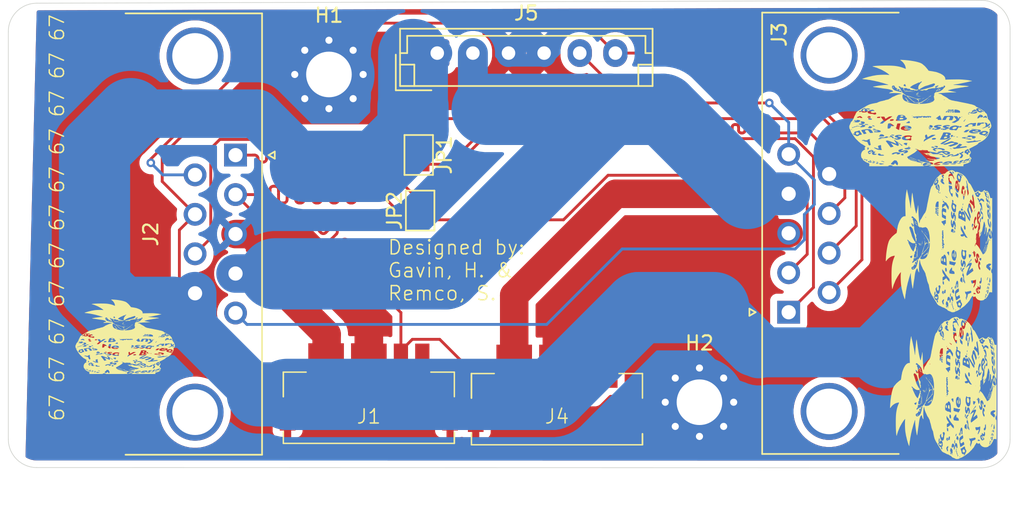
<source format=kicad_pcb>
(kicad_pcb (version 20241229) (generator "pcbnew") (generator_version "9.0")
  (layers (0 "F.Cu" signal) (2 "B.Cu" signal) (13 "F.Paste" user) (15 "B.Paste" user) (5 "F.SilkS" user "F.Silkscreen") (7 "B.SilkS" user "B.Silkscreen") (1 "F.Mask" user) (3 "B.Mask" user) (25 "Edge.Cuts" user))
  (net 0 "")
  (net 1 "+5V")
  (net 2 "+24V")
  (net 3 "GND")
  (net 4 "/SIG2")
  (net 5 "/SIG1")
  (net 6 "/CAN_A+")
  (net 7 "/CAN_A-")
  (net 8 "/CAN_B-")
  (net 9 "/CAN_B+")
  (footprint "Custom:ZH-6PWB_knockoff" (layer "F.Cu") (at 60 58.2125)
    (property "Reference" "J1" (at 0 1.8875 0) (layer "F.SilkS") (effects (font (thickness 0.1))))
    (property "Value" "Conn_01x08")
    (pad "1" smd rect (at -3.75 -1.75) (size 1 3) (layers "F.Cu" "F.Mask" "F.Paste") (net 2 "+24V"))
    (pad "2" smd rect (at -2.25 -1.75) (size 1 3) (layers "F.Cu" "F.Mask" "F.Paste") (net 2 "+24V"))
    (pad "3" smd rect (at -0.75 -1.75) (size 1 3) (layers "F.Cu" "F.Mask" "F.Paste") (net 3 "GND"))
    (pad "4" smd rect (at 0.75 -1.725) (size 1 3) (layers "F.Cu" "F.Mask" "F.Paste") (net 3 "GND"))
    (pad "5" smd rect (at 2.25 -1.725) (size 1 3) (layers "F.Cu" "F.Mask" "F.Paste") (net 7 "/CAN_A-"))
    (pad "6" smd rect (at 3.75 -1.725) (size 1 3) (layers "F.Cu" "F.Mask" "F.Paste") (net 6 "/CAN_A+"))
    (pad "7" smd rect (at 5.7 1.725) (size 1.1 2.3) (layers "F.Cu" "F.Mask" "F.Paste") (net 3 "GND"))
    (pad "8" smd rect (at -5.7 1.725) (size 1.1 2.3) (layers "F.Cu" "F.Mask" "F.Paste") (net 3 "GND"))
  )
  (footprint "MountingHole:MountingHole_3.2mm_M3_Pad_Via" (layer "F.Cu") (at 57.2 36.1)
    (property "Reference" "H1" (at 0 -4.15 0) (layer "F.SilkS"))
    (property "Value" "MountingHole_Pad")
    (pad "1" thru_hole circle (at -2.4 0) (size 0.8 0.8) (drill 0.5) (layers "*.Cu" "*.Mask") (net 3 "GND"))
    (pad "1" thru_hole circle (at -1.697056 -1.697056) (size 0.8 0.8) (drill 0.5) (layers "*.Cu" "*.Mask") (net 3 "GND"))
    (pad "1" thru_hole circle (at -1.697056 1.697056) (size 0.8 0.8) (drill 0.5) (layers "*.Cu" "*.Mask") (net 3 "GND"))
    (pad "1" thru_hole circle (at 0 -2.4) (size 0.8 0.8) (drill 0.5) (layers "*.Cu" "*.Mask") (net 3 "GND"))
    (pad "1" thru_hole circle (at 0 0) (size 6.4 6.4) (drill 3.2) (layers "*.Cu" "*.Mask") (net 3 "GND"))
    (pad "1" thru_hole circle (at 0 2.4) (size 0.8 0.8) (drill 0.5) (layers "*.Cu" "*.Mask") (net 3 "GND"))
    (pad "1" thru_hole circle (at 1.697056 -1.697056) (size 0.8 0.8) (drill 0.5) (layers "*.Cu" "*.Mask") (net 3 "GND"))
    (pad "1" thru_hole circle (at 1.697056 1.697056) (size 0.8 0.8) (drill 0.5) (layers "*.Cu" "*.Mask") (net 3 "GND"))
    (pad "1" thru_hole circle (at 2.4 0) (size 0.8 0.8) (drill 0.5) (layers "*.Cu" "*.Mask") (net 3 "GND"))
  )
  (footprint "Custom:ZH-6PWB_knockoff" (layer "F.Cu") (at 73.2 58.3125)
    (property "Reference" "J4" (at 0 1.7875 0) (layer "F.SilkS") (effects (font (thickness 0.1))))
    (property "Value" "Conn_01x08")
    (pad "1" smd rect (at -3.75 -1.75) (size 1 3) (layers "F.Cu" "F.Mask" "F.Paste") (net 2 "+24V"))
    (pad "2" smd rect (at -2.25 -1.75) (size 1 3) (layers "F.Cu" "F.Mask" "F.Paste") (net 2 "+24V"))
    (pad "3" smd rect (at -0.75 -1.75) (size 1 3) (layers "F.Cu" "F.Mask" "F.Paste") (net 3 "GND"))
    (pad "4" smd rect (at 0.75 -1.725) (size 1 3) (layers "F.Cu" "F.Mask" "F.Paste") (net 3 "GND"))
    (pad "5" smd rect (at 2.25 -1.725) (size 1 3) (layers "F.Cu" "F.Mask" "F.Paste") (net 7 "/CAN_A-"))
    (pad "6" smd rect (at 3.75 -1.725) (size 1 3) (layers "F.Cu" "F.Mask" "F.Paste") (net 6 "/CAN_A+"))
    (pad "7" smd rect (at 5.7 1.725) (size 1.1 2.3) (layers "F.Cu" "F.Mask" "F.Paste") (net 3 "GND"))
    (pad "8" smd rect (at -5.7 1.725) (size 1.1 2.3) (layers "F.Cu" "F.Mask" "F.Paste") (net 3 "GND"))
  )
  (footprint "Connector_JST:JST_EH_B6B-EH-A_1x06_P2.50mm_Vertical" (layer "F.Cu") (at 64.8 34.6)
    (property "Reference" "J5" (at 6.25 -2.8 0) (layer "F.SilkS"))
    (property "Value" "Conn_01x06")
    (pad "1" thru_hole roundrect (at 0 0) (size 1.7 1.95) (drill 0.95) (layers "*.Cu" "*.Mask") (roundrect_rratio 0.147059) (net 1 "+5V"))
    (pad "2" thru_hole oval (at 2.5 0) (size 1.7 1.95) (drill 0.95) (layers "*.Cu" "*.Mask") (net 2 "+24V"))
    (pad "3" thru_hole oval (at 5 0) (size 1.7 1.95) (drill 0.95) (layers "*.Cu" "*.Mask") (net 3 "GND") (thermal_bridge_width 20))
    (pad "4" thru_hole oval (at 7.5 0) (size 1.7 1.95) (drill 0.95) (layers "*.Cu" "*.Mask") (net 3 "GND") (thermal_bridge_width 10))
    (pad "5" thru_hole oval (at 10 0) (size 1.7 1.95) (drill 0.95) (layers "*.Cu" "*.Mask") (net 5 "/SIG1"))
    (pad "6" thru_hole oval (at 12.5 0) (size 1.7 1.95) (drill 0.95) (layers "*.Cu" "*.Mask") (net 4 "/SIG2"))
  )
  (footprint "LOGO" (layer "F.Cu") (at 42.9 54.5)
    (property "Reference" "G***" (hide yes))
    (property "Value" "LOGO" (hide yes))
  )
  (footprint "LOGO" (layer "F.Cu") (at 100.3 58.1 90)
    (property "Reference" "G***" (hide yes))
    (property "Value" "LOGO" (hide yes))
  )
  (footprint "Connector_Dsub:DSUB-9_Pins_Horizontal_P2.77x2.84mm_EdgePinOffset4.94mm_Housed_MountingHolesOffset4.94mm" (layer "F.Cu") (at 89.46 52.785 90)
    (property "Reference" "J3" (at 19.485 -0.66 90) (layer "F.SilkS"))
    (property "Value" "DE9_Pins")
    (pad "0" thru_hole circle (at -6.96 2.84 90) (size 4 4) (drill 3.2) (layers "*.Cu" "*.Mask"))
    (pad "0" thru_hole circle (at 18.04 2.84 90) (size 4 4) (drill 3.2) (layers "*.Cu" "*.Mask"))
    (pad "1" thru_hole rect (at 0 0 90) (size 1.6 1.6) (drill 1) (layers "*.Cu" "*.Mask") (net 8 "/CAN_B-"))
    (pad "2" thru_hole circle (at 2.77 0 90) (size 1.6 1.6) (drill 1) (layers "*.Cu" "*.Mask") (net 7 "/CAN_A-"))
    (pad "3" thru_hole circle (at 5.54 0 90) (size 1.6 1.6) (drill 1) (layers "*.Cu" "*.Mask") (net 3 "GND"))
    (pad "4" thru_hole circle (at 8.31 0 90) (size 1.6 1.6) (drill 1) (layers "*.Cu" "*.Mask") (net 2 "+24V"))
    (pad "5" thru_hole circle (at 11.08 0 90) (size 1.6 1.6) (drill 1) (layers "*.Cu" "*.Mask") (net 5 "/SIG1"))
    (pad "6" thru_hole circle (at 1.385 2.84 90) (size 1.6 1.6) (drill 1) (layers "*.Cu" "*.Mask") (net 4 "/SIG2"))
    (pad "7" thru_hole circle (at 4.155 2.84 90) (size 1.6 1.6) (drill 1) (layers "*.Cu" "*.Mask") (net 6 "/CAN_A+"))
    (pad "8" thru_hole circle (at 6.925 2.84 90) (size 1.6 1.6) (drill 1) (layers "*.Cu" "*.Mask") (net 9 "/CAN_B+"))
    (pad "9" thru_hole circle (at 9.695 2.84 90) (size 1.6 1.6) (drill 1) (layers "*.Cu" "*.Mask") (net 1 "+5V"))
  )
  (footprint "Connector_Dsub:DSUB-9_Pins_Horizontal_P2.77x2.84mm_EdgePinOffset4.94mm_Housed_MountingHolesOffset4.94mm" (layer "F.Cu") (at 50.645331 41.76 -90)
    (property "Reference" "J2" (at 5.54 5.945331 90) (layer "F.SilkS"))
    (property "Value" "DE9_Pins")
    (pad "0" thru_hole circle (at -6.96 2.84 270) (size 4 4) (drill 3.2) (layers "*.Cu" "*.Mask"))
    (pad "0" thru_hole circle (at 18.04 2.84 270) (size 4 4) (drill 3.2) (layers "*.Cu" "*.Mask"))
    (pad "1" thru_hole rect (at 0 0 270) (size 1.6 1.6) (drill 1) (layers "*.Cu" "*.Mask") (net 8 "/CAN_B-"))
    (pad "2" thru_hole circle (at 2.77 0 270) (size 1.6 1.6) (drill 1) (layers "*.Cu" "*.Mask") (net 7 "/CAN_A-"))
    (pad "3" thru_hole circle (at 5.54 0 270) (size 1.6 1.6) (drill 1) (layers "*.Cu" "*.Mask") (net 3 "GND"))
    (pad "4" thru_hole circle (at 8.31 0 270) (size 1.6 1.6) (drill 1) (layers "*.Cu" "*.Mask") (net 2 "+24V"))
    (pad "5" thru_hole circle (at 11.08 0 270) (size 1.6 1.6) (drill 1) (layers "*.Cu" "*.Mask") (net 5 "/SIG1"))
    (pad "6" thru_hole circle (at 1.385 2.84 270) (size 1.6 1.6) (drill 1) (layers "*.Cu" "*.Mask") (net 4 "/SIG2"))
    (pad "7" thru_hole circle (at 4.155 2.84 270) (size 1.6 1.6) (drill 1) (layers "*.Cu" "*.Mask") (net 6 "/CAN_A+"))
    (pad "8" thru_hole circle (at 6.925 2.84 270) (size 1.6 1.6) (drill 1) (layers "*.Cu" "*.Mask") (net 9 "/CAN_B+"))
    (pad "9" thru_hole circle (at 9.695 2.84 270) (size 1.6 1.6) (drill 1) (layers "*.Cu" "*.Mask") (net 1 "+5V"))
  )
  (footprint "LOGO" (layer "F.Cu") (at 98.7 38.8)
    (property "Reference" "G***" (hide yes))
    (property "Value" "LOGO" (hide yes))
  )
  (footprint "MountingHole:MountingHole_3.2mm_M3_Pad_Via" (layer "F.Cu") (at 83.2 59.1)
    (property "Reference" "H2" (at 0 -4.15 0) (layer "F.SilkS"))
    (property "Value" "MountingHole_Pad")
    (pad "1" thru_hole circle (at -2.4 0) (size 0.8 0.8) (drill 0.5) (layers "*.Cu" "*.Mask") (net 3 "GND"))
    (pad "1" thru_hole circle (at -1.697056 -1.697056) (size 0.8 0.8) (drill 0.5) (layers "*.Cu" "*.Mask") (net 3 "GND"))
    (pad "1" thru_hole circle (at -1.697056 1.697056) (size 0.8 0.8) (drill 0.5) (layers "*.Cu" "*.Mask") (net 3 "GND"))
    (pad "1" thru_hole circle (at 0 -2.4) (size 0.8 0.8) (drill 0.5) (layers "*.Cu" "*.Mask") (net 3 "GND"))
    (pad "1" thru_hole circle (at 0 0) (size 6.4 6.4) (drill 3.2) (layers "*.Cu" "*.Mask") (net 3 "GND"))
    (pad "1" thru_hole circle (at 0 2.4) (size 0.8 0.8) (drill 0.5) (layers "*.Cu" "*.Mask") (net 3 "GND"))
    (pad "1" thru_hole circle (at 1.697056 -1.697056) (size 0.8 0.8) (drill 0.5) (layers "*.Cu" "*.Mask") (net 3 "GND"))
    (pad "1" thru_hole circle (at 1.697056 1.697056) (size 0.8 0.8) (drill 0.5) (layers "*.Cu" "*.Mask") (net 3 "GND"))
    (pad "1" thru_hole circle (at 2.4 0) (size 0.8 0.8) (drill 0.5) (layers "*.Cu" "*.Mask") (net 3 "GND"))
  )
  (footprint "Jumper:SolderJumper-2_P1.3mm_Bridged_Pad1.0x1.5mm" (layer "F.Cu") (at 63.6 45.65 90)
    (property "Reference" "JP2" (at 0 -1.8 90) (layer "F.SilkS"))
    (property "Value" "SolderJumper_2_Open")
    (fp_poly (pts (xy -0.25 -0.3) (xy 0.25 -0.3) (xy 0.25 0.3) (xy -0.25 0.3)) (fill yes) (layer "F.Cu"))
    (pad "1" smd rect (at -0.65 0 90) (size 1 1.5) (layers "F.Cu" "F.Mask") (net 7 "/CAN_A-"))
    (pad "2" smd rect (at 0.65 0 90) (size 1 1.5) (layers "F.Cu" "F.Mask") (net 8 "/CAN_B-"))
  )
  (footprint "LOGO" (layer "F.Cu") (at 100 47.8 90)
    (property "Reference" "G***" (hide yes))
    (property "Value" "LOGO" (hide yes))
  )
  (footprint "Jumper:SolderJumper-2_P1.3mm_Bridged_Pad1.0x1.5mm" (layer "F.Cu") (at 63.5 41.75 -90)
    (property "Reference" "JP1" (at 0 -1.8 90) (layer "F.SilkS"))
    (property "Value" "SolderJumper_2_Open")
    (fp_poly (pts (xy -0.25 -0.3) (xy 0.25 -0.3) (xy 0.25 0.3) (xy -0.25 0.3)) (fill yes) (layer "F.Cu"))
    (pad "1" smd rect (at -0.65 0 270) (size 1 1.5) (layers "F.Cu" "F.Mask") (net 6 "/CAN_A+"))
    (pad "2" smd rect (at 0.65 0 270) (size 1 1.5) (layers "F.Cu" "F.Mask") (net 9 "/CAN_B+"))
  )
  (gr_line (start 36.699999 63.685786) (end 102.999999 63.699999) (stroke (width 0.05)) (layer "Edge.Cuts"))
  (gr_line (start 34.7 33.1) (end 34.7 61.685786) (stroke (width 0.05)) (layer "Edge.Cuts"))
  (gr_line (start 36.7 31.1) (end 103 30.9) (stroke (width 0.05)) (layer "Edge.Cuts"))
  (gr_arc (start 103 30.9) (mid 104.414214 31.485786) (end 105 32.9) (stroke (width 0.05)) (layer "Edge.Cuts"))
  (gr_arc (start 36.699999 63.685786) (mid 35.285786 63.099999) (end 34.7 61.685786) (stroke (width 0.05)) (layer "Edge.Cuts"))
  (gr_arc (start 104.999999 61.699999) (mid 104.414213 63.114213) (end 102.999999 63.699999) (stroke (width 0.05)) (layer "Edge.Cuts"))
  (gr_arc (start 34.7 33.1) (mid 35.285786 31.685786) (end 36.7 31.1) (stroke (width 0.05)) (layer "Edge.Cuts"))
  (gr_line (start 104.999999 61.7) (end 105 32.9) (stroke (width 0.05)) (layer "Edge.Cuts"))
  (gr_text "Designed by:\nGavin, H. & \nRemco, S.\n\n" (at 61.27 53.65 0) (layer "F.SilkS") (effects (font (size 1 1) (thickness 0.1)) (justify left bottom)))
  (gr_text "67 67 67 67 67 67 67 67 67 67 67\n" (at 38.7 60.5 90) (layer "F.SilkS") (effects (font (size 1 1) (thickness 0.1)) (justify left bottom)))
  (segment (start 54.27 58.55) (end 52.28 58.55) (width 4.5) (layer "B.Cu") (net 1))
  (segment (start 92.3 43.09) (end 93.705 41.685) (width 1.6) (layer "B.Cu") (net 1))
  (segment (start 46.244669 52.794669) (end 46.25 52.8) (width 5) (layer "B.Cu") (net 1))
  (segment (start 96.19 55.6) (end 87.39 55.6) (width 3.5) (layer "B.Cu") (net 1))
  (segment (start 63.1 40) (end 60.55 42.55) (width 5) (layer "B.Cu") (net 1))
  (segment (start 99.89 46.32) (end 99.89 51.94) (width 5) (layer "B.Cu") (net 1))
  (segment (start 63.1 34.65) (end 63.05 34.6) (width 2.1) (layer "B.Cu") (net 1))
  (segment (start 52.15 38.85) (end 54.3 41) (width 3.4) (layer "B.Cu") (net 1))
  (segment (start 95.255 41.685) (end 93.705 41.685) (width 5) (layer "B.Cu") (net 1))
  (segment (start 63.1 38.35) (end 63.1 40) (width 5) (layer "B.Cu") (net 1))
  (segment (start 42.544669 52.794669) (end 46.244669 52.794669) (width 5) (layer "B.Cu") (net 1))
  (segment (start 62.15 39.3) (end 63.1 38.35) (width 2.1) (layer "B.Cu") (net 1))
  (segment (start 64.8 34.6) (end 63.05 34.6) (width 2.1) (layer "B.Cu") (net 1))
  (segment (start 72.86 58.55) (end 78.95 52.46) (width 5) (layer "B.Cu") (net 1))
  (segment (start 43.3 38.85) (end 40.75 41.4) (width 5) (layer "B.Cu") (net 1))
  (segment (start 47.805331 53.915331) (end 47.805331 51.455) (width 3) (layer "B.Cu") (net 1))
  (segment (start 87.036 55.286) (end 84.21 52.46) (width 4) (layer "B.Cu") (net 1))
  (segment (start 63.1 38.35) (end 63.1 34.65) (width 4.9) (layer "B.Cu") (net 1))
  (segment (start 52.28 58.55) (end 47.805331 54.075331) (width 3.5) (layer "B.Cu") (net 1))
  (segment (start 47.805331 54.075331) (end 47.805331 53.915331) (width 3.5) (layer "B.Cu") (net 1))
  (segment (start 87.37 55.62) (end 87.036 55.286) (width 3) (layer "B.Cu") (net 1))
  (segment (start 99.89 51.94) (end 96.21 55.62) (width 5) (layer "B.Cu") (net 1))
  (segment (start 54.27 58.55) (end 72.86 58.55) (width 5) (layer "B.Cu") (net 1))
  (segment (start 40.75 41.4) (end 40.75 51) (width 5) (layer "B.Cu") (net 1))
  (segment (start 99.89 46.32) (end 95.255 41.685) (width 5) (layer "B.Cu") (net 1))
  (segment (start 40.75 51) (end 42.544669 52.794669) (width 5) (layer "B.Cu") (net 1))
  (segment (start 43.3 38.85) (end 52.15 38.85) (width 3.4) (layer "B.Cu") (net 1))
  (segment (start 60.55 42.55) (end 55.55 42.55) (width 5) (layer "B.Cu") (net 1))
  (segment (start 78.95 52.46) (end 84.21 52.46) (width 5) (layer "B.Cu") (net 1))
  (segment (start 87.39 55.6) (end 87.37 55.62) (width 3.6) (layer "B.Cu") (net 1))
  (segment (start 70.2 51.6) (end 70.2 56.5625) (width 2) (layer "F.Cu") (net 2))
  (segment (start 69.45 56.5625) (end 70.2 56.5625) (width 0.2) (layer "F.Cu") (net 2))
  (segment (start 70.2 56.5625) (end 70.95 56.5625) (width 0.2) (layer "F.Cu") (net 2))
  (segment (start 89.46 44.475) (end 77.325 44.475) (width 2) (layer "F.Cu") (net 2))
  (segment (start 50.645331 50.07) (end 52.77 50.07) (width 2) (layer "F.Cu") (net 2))
  (segment (start 57.037831 54.337831) (end 57.037831 56.4625) (width 2) (layer "F.Cu") (net 2))
  (segment (start 52.77 50.07) (end 57.037831 54.337831) (width 2) (layer "F.Cu") (net 2))
  (segment (start 77.325 44.475) (end 70.2 51.6) (width 2) (layer "F.Cu") (net 2))
  (segment (start 86.55 44.45) (end 80.65 38.55) (width 5) (layer "B.Cu") (net 2))
  (segment (start 86.575 44.475) (end 86.55 44.45) (width 2.1) (layer "B.Cu") (net 2))
  (segment (start 67.3 34.6) (end 67.3 39.55) (width 2.1) (layer "B.Cu") (net 2))
  (segment (start 76.91 38.55) (end 68.3 38.55) (width 5) (layer "B.Cu") (net 2))
  (segment (start 52.846493 50.09) (end 52.826493 50.07) (width 2.7) (layer "B.Cu") (net 2))
  (segment (start 53.42 50.09) (end 52.846493 50.09) (width 2.7) (layer "B.Cu") (net 2))
  (segment (start 89.46 44.475) (end 86.575 44.475) (width 3) (layer "B.Cu") (net 2))
  (segment (start 76.91 38.55) (end 65.37 50.09) (width 5) (layer "B.Cu") (net 2))
  (segment (start 80.65 38.55) (end 76.91 38.55) (width 5) (layer "B.Cu") (net 2))
  (segment (start 52.826493 50.07) (end 50.645331 50.07) (width 2.7) (layer "B.Cu") (net 2))
  (segment (start 65.37 50.09) (end 53.42 50.09) (width 5) (layer "B.Cu") (net 2))
  (segment (start 73.2 56.5625) (end 73.925 56.5625) (width 0.2) (layer "F.Cu") (net 3))
  (segment (start 60 52.4) (end 60 56.4625) (width 2) (layer "F.Cu") (net 3))
  (segment (start 79.955 47.245) (end 73.2 54) (width 2) (layer "F.Cu") (net 3))
  (segment (start 60 56.4625) (end 60.725 56.4625) (width 0.2) (layer "F.Cu") (net 3))
  (segment (start 50.645331 47.3) (end 54.9 47.3) (width 2) (layer "F.Cu") (net 3))
  (segment (start 60.725 56.4625) (end 60.75 56.4875) (width 0.2) (layer "F.Cu") (net 3))
  (segment (start 72.45 56.5625) (end 73.2 56.5625) (width 0.2) (layer "F.Cu") (net 3))
  (segment (start 89.46 47.245) (end 79.955 47.245) (width 2) (layer "F.Cu") (net 3))
  (segment (start 59.25 56.4625) (end 60 56.4625) (width 0.2) (layer "F.Cu") (net 3))
  (segment (start 73.925 56.5625) (end 73.95 56.5875) (width 0.2) (layer "F.Cu") (net 3))
  (segment (start 73.2 54) (end 73.2 56.5625) (width 2) (layer "F.Cu") (net 3))
  (segment (start 54.9 47.3) (end 60 52.4) (width 2) (layer "F.Cu") (net 3))
  (segment (start 54.2339 32.499) (end 44.7 42.0329) (width 0.2) (layer "F.Cu") (net 4))
  (segment (start 94.601 41.3339) (end 87.8671 34.6) (width 0.2) (layer "F.Cu") (net 4))
  (segment (start 87.8671 34.6) (end 77.3 34.6) (width 0.2) (layer "F.Cu") (net 4))
  (segment (start 77.3 34.6) (end 75.199 32.499) (width 0.2) (layer "F.Cu") (net 4))
  (segment (start 75.199 32.499) (end 54.2339 32.499) (width 0.2) (layer "F.Cu") (net 4))
  (segment (start 94.601 49.099) (end 94.601 41.3339) (width 0.2) (layer "F.Cu") (net 4))
  (segment (start 92.3 51.4) (end 94.601 49.099) (width 0.2) (layer "F.Cu") (net 4))
  (segment (start 44.7 42.0329) (end 44.7 42.3) (width 0.2) (layer "F.Cu") (net 4))
  (via (at 44.7 42.3) (size 0.6) (drill 0.3) (layers "F.Cu" "B.Cu") (net 4))
  (segment (start 45.545 43.145) (end 47.805331 43.145) (width 0.2) (layer "B.Cu") (net 4))
  (segment (start 44.7 42.3) (end 45.545 43.145) (width 0.2) (layer "B.Cu") (net 4))
  (segment (start 74.8 34.6) (end 78.3 38.1) (width 0.2) (layer "F.Cu") (net 5))
  (segment (start 78.3 38.1) (end 88.1 38.1) (width 0.2) (layer "F.Cu") (net 5))
  (via (at 88.1 38.1) (size 0.6) (drill 0.3) (layers "F.Cu" "B.Cu") (net 5))
  (segment (start 50.645331 52.84) (end 51.44533 53.639999) (width 0.2) (layer "B.Cu") (net 5))
  (segment (start 89.46 39.46) (end 89.46 41.705) (width 0.2) (layer "B.Cu") (net 5))
  (segment (start 72.483003 53.639999) (end 77.777002 48.346) (width 0.2) (layer "B.Cu") (net 5))
  (segment (start 91.261 43.506) (end 89.46 41.705) (width 0.2) (layer "B.Cu") (net 5))
  (segment (start 89.91605 48.346) (end 90.561 47.70105) (width 0.2) (layer "B.Cu") (net 5))
  (segment (start 51.44533 53.639999) (end 72.483003 53.639999) (width 0.2) (layer "B.Cu") (net 5))
  (segment (start 77.777002 48.346) (end 89.91605 48.346) (width 0.2) (layer "B.Cu") (net 5))
  (segment (start 90.561 47.70105) (end 90.561 45.920999) (width 0.2) (layer "B.Cu") (net 5))
  (segment (start 88.1 38.1) (end 89.46 39.46) (width 0.2) (layer "B.Cu") (net 5))
  (segment (start 91.261 45.220999) (end 91.261 43.506) (width 0.2) (layer "B.Cu") (net 5))
  (segment (start 90.561 45.920999) (end 91.261 45.220999) (width 0.2) (layer "B.Cu") (net 5))
  (segment (start 63.75 56.4875) (end 63.75 57.5895) (width 0.2) (layer "F.Cu") (net 6))
  (segment (start 91.9 39.2) (end 94.2 41.5) (width 0.2) (layer "F.Cu") (net 6))
  (segment (start 75.85 58.7895) (end 76.769238 57.87026) (width 0.2) (layer "F.Cu") (net 6))
  (segment (start 76.95 57.6895) (end 76.95 56.5875) (width 0.2) (layer "F.Cu") (net 6))
  (segment (start 47.805331 45.915) (end 45.5 43.609669) (width 0.2) (layer "F.Cu") (net 6))
  (segment (start 70.494568 59.0295) (end 70.494568 59.160363) (width 0.2) (layer "F.Cu") (net 6))
  (segment (start 65.4 39.2) (end 91.9 39.2) (width 0.2) (layer "F.Cu") (net 6))
  (segment (start 65.458092 56.4875) (end 66.1875 56.4875) (width 0.2) (layer "F.Cu") (net 6))
  (segment (start 65.064938 56.4875) (end 65.458092 56.4875) (width 0.2) (layer "F.Cu") (net 6))
  (segment (start 63.5 41.1) (end 65.4 39.2) (width 0.2) (layer "F.Cu") (net 6))
  (segment (start 45.5 43.609669) (end 45.5 41.8) (width 0.2) (layer "F.Cu") (net 6))
  (segment (start 76.806788 57.832712) (end 76.95 57.6895) (width 0.2) (layer "F.Cu") (net 6))
  (segment (start 72.294568 59.160363) (end 72.294568 59.0295) (width 0.2) (layer "F.Cu") (net 6))
  (segment (start 71.094568 59.160363) (end 71.094568 59.0295) (width 0.2) (layer "F.Cu") (net 6))
  (segment (start 45.5 41.8) (end 47.1 40.2) (width 0.2) (layer "F.Cu") (net 6))
  (segment (start 62.6 40.2) (end 63.5 41.1) (width 0.2) (layer "F.Cu") (net 6))
  (segment (start 47.1 40.2) (end 62.6 40.2) (width 0.2) (layer "F.Cu") (net 6))
  (segment (start 53.081781 58.2885) (end 46.704331 51.91105) (width 0.2) (layer "F.Cu") (net 6))
  (segment (start 68.4895 58.7895) (end 70.254568 58.7895) (width 0.2) (layer "F.Cu") (net 6))
  (segment (start 71.934568 59.400363) (end 72.054568 59.400363) (width 0.2) (layer "F.Cu") (net 6))
  (segment (start 71.694568 59.0295) (end 71.694568 59.160363) (width 0.2) (layer "F.Cu") (net 6))
  (segment (start 46.704331 47.016) (end 47.805331 45.915) (width 0.2) (layer "F.Cu") (net 6))
  (segment (start 66.1875 56.4875) (end 68.4895 58.7895) (width 0.2) (layer "F.Cu") (net 6))
  (segment (start 63.75 57.5895) (end 63.051 58.2885) (width 0.2) (layer "F.Cu") (net 6))
  (segment (start 63.051 58.2885) (end 53.081781 58.2885) (width 0.2) (layer "F.Cu") (net 6))
  (segment (start 63.75 56.4875) (end 65.064938 56.4875) (width 0.2) (layer "F.Cu") (net 6))
  (segment (start 72.654568 58.7895) (end 75.85 58.7895) (width 0.2) (layer "F.Cu") (net 6))
  (segment (start 76.769238 57.87026) (end 76.806788 57.832712) (width 0.2) (layer "F.Cu") (net 6))
  (segment (start 70.734568 59.400363) (end 70.854568 59.400363) (width 0.2) (layer "F.Cu") (net 6))
  (segment (start 46.704331 51.91105) (end 46.704331 47.016) (width 0.2) (layer "F.Cu") (net 6))
  (segment (start 94.2 41.5) (end 94.2 46.73) (width 0.2) (layer "F.Cu") (net 6))
  (segment (start 94.2 46.73) (end 92.3 48.63) (width 0.2) (layer "F.Cu") (net 6))
  (segment (start 72.534568 58.7895) (end 72.654568 58.7895) (width 0.2) (layer "F.Cu") (net 6))
  (segment (start 71.334568 58.7895) (end 71.454568 58.7895) (width 0.2) (layer "F.Cu") (net 6))
  (arc (start 72.054568 59.400363) (mid 72.224274 59.330069) (end 72.294568 59.160363) (width 0.2) (layer "F.Cu") (net 6))
  (arc (start 71.094568 59.0295) (mid 71.164862 58.859794) (end 71.334568 58.7895) (width 0.2) (layer "F.Cu") (net 6))
  (arc (start 72.294568 59.0295) (mid 72.364862 58.859794) (end 72.534568 58.7895) (width 0.2) (layer "F.Cu") (net 6))
  (arc (start 70.254568 58.7895) (mid 70.424274 58.859794) (end 70.494568 59.0295) (width 0.2) (layer "F.Cu") (net 6))
  (arc (start 71.694568 59.160363) (mid 71.764862 59.330069) (end 71.934568 59.400363) (width 0.2) (layer "F.Cu") (net 6))
  (arc (start 71.454568 58.7895) (mid 71.624274 58.859794) (end 71.694568 59.0295) (width 0.2) (layer "F.Cu") (net 6))
  (arc (start 70.494568 59.160363) (mid 70.564862 59.330069) (end 70.734568 59.400363) (width 0.2) (layer "F.Cu") (net 6))
  (arc (start 70.854568 59.400363) (mid 71.024274 59.330069) (end 71.094568 59.160363) (width 0.2) (layer "F.Cu") (net 6))
  (segment (start 83.950552 42.347146) (end 84.070552 42.347146) (width 0.2) (layer "F.Cu") (net 7))
  (segment (start 58.464749 44.184112) (end 58.464749 44.53) (width 0.2) (layer "F.Cu") (net 7))
  (segment (start 84.910552 42.934) (end 84.910552 42.587146) (width 0.2) (layer "F.Cu") (net 7))
  (segment (start 86.350552 42.347122) (end 86.470552 42.347122) (width 0.2) (layer "F.Cu") (net 7))
  (segment (start 86.950552 43.174) (end 87.070552 43.174) (width 0.2) (layer "F.Cu") (net 7))
  (segment (start 55.704749 43.944112) (end 55.824749 43.944112) (width 0.2) (layer "F.Cu") (net 7))
  (segment (start 57.264749 44.53) (end 57.264749 44.875888) (width 0.2) (layer "F.Cu") (net 7))
  (segment (start 54.568462 45.9) (end 52.015331 45.9) (width 0.2) (layer "F.Cu") (net 7))
  (segment (start 58.704749 45.115863) (end 58.824749 45.115863) (width 0.2) (layer "F.Cu") (net 7))
  (segment (start 63.051 54.6865) (end 64.972 54.6865) (width 0.2) (layer "F.Cu") (net 7))
  (segment (start 55.464749 44.875888) (end 55.464749 44.53) (width 0.2) (layer "F.Cu") (net 7))
  (segment (start 56.870689 46.114916) (end 56.785836 46.030063) (width 0.2) (layer "F.Cu") (net 7))
  (segment (start 59.064749 44.29) (end 59.064749 44.184112) (width 0.2) (layer "F.Cu") (net 7))
  (segment (start 58.104749 43.944112) (end 58.224749 43.944112) (width 0.2) (layer "F.Cu") (net 7))
  (segment (start 60.264793 49.509044) (end 60.17994 49.424191) (width 0.2) (layer "F.Cu") (net 7))
  (segment (start 56.904749 43.944112) (end 57.024749 43.944112) (width 0.2) (layer "F.Cu") (net 7))
  (segment (start 58.249219 48.469915) (end 58.567764 48.151369) (width 0.2) (layer "F.Cu") (net 7))
  (segment (start 82.510552 42.934) (end 82.510552 42.587146) (width 0.2) (layer "F.Cu") (net 7))
  (segment (start 76.786108 43.174) (end 82.270552 43.174) (width 0.2) (layer "F.Cu") (net 7))
  (segment (start 57.864749 44.875888) (end 57.864749 44.53) (width 0.2) (layer "F.Cu") (net 7))
  (segment (start 86.110552 42.934) (end 86.110552 42.587122) (width 0.2) (layer "F.Cu") (net 7))
  (segment (start 85.150552 42.347146) (end 85.270552 42.347146) (width 0.2) (layer "F.Cu") (net 7))
  (segment (start 60.031128 50.591236) (end 59.946277 50.506385) (width 0.2) (layer "F.Cu") (net 7))
  (segment (start 62.25 52.810108) (end 60.794806 51.354914) (width 0.2) (layer "F.Cu") (net 7))
  (segment (start 61.113351 50.357544) (end 61.028498 50.272691) (width 0.2) (layer "F.Cu") (net 7))
  (segment (start 60.024749 44.53) (end 60.88 44.53) (width 0.2) (layer "F.Cu") (net 7))
  (segment (start 59.416276 48.660503) (end 59.331423 48.57565) (width 0.2) (layer "F.Cu") (net 7))
  (segment (start 56.064749 44.184112) (end 56.064749 44.53) (width 0.2) (layer "F.Cu") (net 7))
  (segment (start 90.761 48.714) (end 89.46 50.015) (width 0.2) (layer "F.Cu") (net 7))
  (segment (start 89.998892 43.174) (end 90.761 43.936108) (width 0.2) (layer "F.Cu") (net 7))
  (segment (start 58.464749 44.53) (end 58.464749 44.875863) (width 0.2) (layer "F.Cu") (net 7))
  (segment (start 55.339892 45.9) (end 54.568462 45.9) (width 0.2) (layer "F.Cu") (net 7))
  (segment (start 62.65 46.3) (end 63.6 46.3) (width 0.2) (layer "F.Cu") (net 7))
  (segment (start 60.689086 50.272691) (end 60.37054 50.591236) (width 0.2) (layer "F.Cu") (net 7))
  (segment (start 50.645331 44.53) (end 52.824749 44.53) (width 0.2) (layer "F.Cu") (net 7))
  (segment (start 59.904749 44.53) (end 60.024749 44.53) (width 0.2) (layer "F.Cu") (net 7))
  (segment (start 83.350552 43.174) (end 83.470552 43.174) (width 0.2) (layer "F.Cu") (net 7))
  (segment (start 85.510552 42.587146) (end 85.510552 42.934) (width 0.2) (layer "F.Cu") (net 7))
  (segment (start 57.294954 46.878592) (end 56.976424 47.197121) (width 0.2) (layer "F.Cu") (net 7))
  (segment (start 58.992011 48.57565) (end 58.673482 48.894178) (width 0.2) (layer "F.Cu") (net 7))
  (segment (start 53.664749 44.53) (end 53.664749 44.875888) (width 0.2) (layer "F.Cu") (net 7))
  (segment (start 59.304749 43.944112) (end 59.424749 43.944112) (width 0.2) (layer "F.Cu") (net 7))
  (segment (start 56.064749 44.53) (end 56.064749 44.875888) (width 0.2) (layer "F.Cu") (net 7))
  (segment (start 59.182599 49.742707) (end 59.097748 49.657856) (width 0.2) (layer "F.Cu") (net 7))
  (segment (start 59.064749 44.53) (end 59.064749 44.29) (width 0.2) (layer "F.Cu") (net 7))
  (segment (start 83.110552 42.587146) (end 83.110552 42.934) (width 0.2) (layer "F.Cu") (net 7))
  (segment (start 57.504749 45.115888) (end 57.624749 45.115888) (width 0.2) (layer "F.Cu") (net 7))
  (segment (start 53.304749 43.944112) (end 53.424749 43.944112) (width 0.2) (layer "F.Cu") (net 7))
  (segment (start 84.550552 43.174) (end 84.670552 43.174) (width 0.2) (layer "F.Cu") (net 7))
  (segment (start 62.25 55.4875) (end 63.051 54.6865) (width 0.2) (layer "F.Cu") (net 7))
  (segment (start 58.33407 48.894178) (end 58.249219 48.809327) (width 0.2) (layer "F.Cu") (net 7))
  (segment (start 59.064749 44.875863) (end 59.064749 44.53) (width 0.2) (layer "F.Cu") (net 7))
  (segment (start 56.637013 47.197121) (end 56.552161 47.112269) (width 0.2) (layer "F.Cu") (net 7))
  (segment (start 60.794806 51.015502) (end 61.113351 50.696956) (width 0.2) (layer "F.Cu") (net 7))
  (segment (start 58.143499 47.727104) (end 57.824953 48.045649) (width 0.2) (layer "F.Cu") (net 7))
  (segment (start 55.464749 44.53) (end 55.464749 44.184112) (width 0.2) (layer "F.Cu") (net 7))
  (segment (start 53.064749 44.29) (end 53.064749 44.184112) (width 0.2) (layer "F.Cu") (net 7))
  (segment (start 53.904749 45.115888) (end 54.024749 45.115888) (width 0.2) (layer "F.Cu") (net 7))
  (segment (start 89.557003 43.174) (end 89.998892 43.174) (width 0.2) (layer "F.Cu") (net 7))
  (segment (start 83.710552 42.934) (end 83.710552 42.587146) (width 0.2) (layer "F.Cu") (net 7))
  (segment (start 57.40069 47.621386) (end 57.719219 47.302856) (width 0.2) (layer "F.Cu") (net 7))
  (segment (start 55.788483 46.348591) (end 55.703632 46.26374) (width 0.2) (layer "F.Cu") (net 7))
  (segment (start 58.567764 47.811957) (end 58.482911 47.727104) (width 0.2) (layer "F.Cu") (net 7))
  (segment (start 54.504749 43.944112) (end 54.624749 43.944112) (width 0.2) (layer "F.Cu") (net 7))
  (segment (start 68.674 58.3885) (end 74.751 58.3885) (width 0.2) (layer "F.Cu") (net 7))
  (segment (start 86.710552 42.587122) (end 86.710552 42.934) (width 0.2) (layer "F.Cu") (net 7))
  (segment (start 55.104749 45.115888) (end 55.224749 45.115888) (width 0.2) (layer "F.Cu") (net 7))
  (segment (start 56.664749 44.53) (end 56.664749 44.184112) (width 0.2) (layer "F.Cu") (net 7))
  (segment (start 84.310552 42.587146) (end 84.310552 42.934) (width 0.2) (layer "F.Cu") (net 7))
  (segment (start 73.660108 46.3) (end 76.786108 43.174) (width 0.2) (layer "F.Cu") (net 7))
  (segment (start 54.864749 44.53) (end 54.864749 44.875888) (width 0.2) (layer "F.Cu") (net 7))
  (segment (start 55.703632 46.26374) (end 55.339892 45.9) (width 0.2) (layer "F.Cu") (net 7))
  (segment (start 56.446424 46.030063) (end 56.127895 46.348591) (width 0.2) (layer "F.Cu") (net 7))
  (segment (start 90.761 43.936108) (end 90.761 48.714) (width 0.2) (layer "F.Cu") (net 7))
  (segment (start 57.864749 44.53) (end 57.864749 44.184112) (width 0.2) (layer "F.Cu") (net 7))
  (segment (start 53.664749 44.184112) (end 53.664749 44.29) (width 0.2) (layer "F.Cu") (net 7))
  (segment (start 64.972 54.6865) (end 68.674 58.3885) (width 0.2) (layer "F.Cu") (net 7))
  (segment (start 60.88 44.53) (end 62.65 46.3) (width 0.2) (layer "F.Cu") (net 7))
  (segment (start 56.664749 44.875888) (end 56.664749 44.53) (width 0.2) (layer "F.Cu") (net 7))
  (segment (start 59.664749 44.184112) (end 59.664749 44.29) (width 0.2) (layer "F.Cu") (net 7))
  (segment (start 59.840528 49.424191) (end 59.522011 49.742707) (width 0.2) (layer "F.Cu") (net 7))
  (segment (start 63.6 46.3) (end 73.660108 46.3) (width 0.2) (layer "F.Cu") (net 7))
  (segment (start 56.304749 45.115888) (end 56.424749 45.115888) (width 0.2) (layer "F.Cu") (net 7))
  (segment (start 57.719219 46.963445) (end 57.634366 46.878592) (width 0.2) (layer "F.Cu") (net 7))
  (segment (start 57.485541 48.045649) (end 57.40069 47.960798) (width 0.2) (layer "F.Cu") (net 7))
  (segment (start 75.45 57.6895) (end 75.45 56.5875) (width 0.2) (layer "F.Cu") (net 7))
  (segment (start 62.25 56.4875) (end 62.25 52.810108) (width 0.2) (layer "F.Cu") (net 7))
  (segment (start 54.864749 44.184112) (end 54.864749 44.53) (width 0.2) (layer "F.Cu") (net 7))
  (segment (start 87.070552 43.174) (end 89.557003 43.174) (width 0.2) (layer "F.Cu") (net 7))
  (segment (start 54.264749 44.53) (end 54.264749 44.184112) (width 0.2) (layer "F.Cu") (net 7))
  (segment (start 54.264749 44.875888) (end 54.264749 44.53) (width 0.2) (layer "F.Cu") (net 7))
  (segment (start 59.097748 49.318444) (end 59.416276 48.999915) (width 0.2) (layer "F.Cu") (net 7))
  (segment (start 85.750552 43.174) (end 85.870552 43.174) (width 0.2) (layer "F.Cu") (net 7))
  (segment (start 56.552161 46.772857) (end 56.870689 46.454328) (width 0.2) (layer "F.Cu") (net 7))
  (segment (start 53.664749 44.29) (end 53.664749 44.53) (width 0.2) (layer "F.Cu") (net 7))
  (segment (start 74.751 58.3885) (end 75.45 57.6895) (width 0.2) (layer "F.Cu") (net 7))
  (segment (start 57.264749 44.184112) (end 57.264749 44.53) (width 0.2) (layer "F.Cu") (net 7))
  (segment (start 62.25 56.4875) (end 62.25 55.4875) (width 0.2) (layer "F.Cu") (net 7))
  (segment (start 82.750552 42.347146) (end 82.870552 42.347146) (width 0.2) (layer "F.Cu") (net 7))
  (segment (start 59.946277 50.166973) (end 60.264793 49.848456) (width 0.2) (layer "F.Cu") (net 7))
  (segment (start 52.015331 45.9) (end 50.645331 44.53) (width 0.2) (layer "F.Cu") (net 7))
  (arc (start 57.719219 47.302856) (mid 57.789514 47.13315) (end 57.719219 46.963445) (width 0.2) (layer "F.Cu") (net 7))
  (arc (start 83.470552 43.174) (mid 83.640258 43.103706) (end 83.710552 42.934) (width 0.2) (layer "F.Cu") (net 7))
  (arc (start 59.664749 44.29) (mid 59.735043 44.459706) (end 59.904749 44.53) (width 0.2) (layer "F.Cu") (net 7))
  (arc (start 53.664749 44.875888) (mid 53.735043 45.045594) (end 53.904749 45.115888) (width 0.2) (layer "F.Cu") (net 7))
  (arc (start 82.270552 43.174) (mid 82.440258 43.103706) (end 82.510552 42.934) (width 0.2) (layer "F.Cu") (net 7))
  (arc (start 59.946277 50.506385) (mid 59.875982 50.336679) (end 59.946277 50.166973) (width 0.2) (layer "F.Cu") (net 7))
  (arc (start 85.870552 43.174) (mid 86.040258 43.103706) (end 86.110552 42.934) (width 0.2) (layer "F.Cu") (net 7))
  (arc (start 57.024749 43.944112) (mid 57.194455 44.014406) (end 57.264749 44.184112) (width 0.2) (layer "F.Cu") (net 7))
  (arc (start 85.270552 42.347146) (mid 85.440258 42.41744) (end 85.510552 42.587146) (width 0.2) (layer "F.Cu") (net 7))
  (arc (start 59.416276 48.999915) (mid 59.486571 48.830209) (end 59.416276 48.660503) (width 0.2) (layer "F.Cu") (net 7))
  (arc (start 84.310552 42.934) (mid 84.380846 43.103706) (end 84.550552 43.174) (width 0.2) (layer "F.Cu") (net 7))
  (arc (start 56.064749 44.875888) (mid 56.135043 45.045594) (end 56.304749 45.115888) (width 0.2) (layer "F.Cu") (net 7))
  (arc (start 60.37054 50.591236) (mid 60.200834 50.661531) (end 60.031128 50.591236) (width 0.2) (layer "F.Cu") (net 7))
  (arc (start 83.710552 42.587146) (mid 83.780846 42.41744) (end 83.950552 42.347146) (width 0.2) (layer "F.Cu") (net 7))
  (arc (start 58.249219 48.809327) (mid 58.178924 48.639621) (end 58.249219 48.469915) (width 0.2) (layer "F.Cu") (net 7))
  (arc (start 57.864749 44.184112) (mid 57.935043 44.014406) (end 58.104749 43.944112) (width 0.2) (layer "F.Cu") (net 7))
  (arc (start 82.510552 42.587146) (mid 82.580846 42.41744) (end 82.750552 42.347146) (width 0.2) (layer "F.Cu") (net 7))
  (arc (start 57.634366 46.878592) (mid 57.46466 46.808297) (end 57.294954 46.878592) (width 0.2) (layer "F.Cu") (net 7))
  (arc (start 82.870552 42.347146) (mid 83.040258 42.41744) (end 83.110552 42.587146) (width 0.2) (layer "F.Cu") (net 7))
  (arc (start 57.624749 45.115888) (mid 57.794455 45.045594) (end 57.864749 44.875888) (width 0.2) (layer "F.Cu") (net 7))
  (arc (start 84.670552 43.174) (mid 84.840258 43.103706) (end 84.910552 42.934) (width 0.2) (layer "F.Cu") (net 7))
  (arc (start 83.110552 42.934) (mid 83.180846 43.103706) (end 83.350552 43.174) (width 0.2) (layer "F.Cu") (net 7))
  (arc (start 84.910552 42.587146) (mid 84.980846 42.41744) (end 85.150552 42.347146) (width 0.2) (layer "F.Cu") (net 7))
  (arc (start 55.824749 43.944112) (mid 55.994455 44.014406) (end 56.064749 44.184112) (width 0.2) (layer "F.Cu") (net 7))
  (arc (start 61.028498 50.272691) (mid 60.858792 50.202396) (end 60.689086 50.272691) (width 0.2) (layer "F.Cu") (net 7))
  (arc (start 58.673482 48.894178) (mid 58.503776 48.964473) (end 58.33407 48.894178) (width 0.2) (layer "F.Cu") (net 7))
  (arc (start 86.710552 42.934) (mid 86.780846 43.103706) (end 86.950552 43.174) (width 0.2) (layer "F.Cu") (net 7))
  (arc (start 57.824953 48.045649) (mid 57.655247 48.115944) (end 57.485541 48.045649) (width 0.2) (layer "F.Cu") (net 7))
  (arc (start 59.064749 44.184112) (mid 59.135043 44.014406) (end 59.304749 43.944112) (width 0.2) (layer "F.Cu") (net 7))
  (arc (start 56.127895 46.348591) (mid 55.958189 46.418886) (end 55.788483 46.348591) (width 0.2) (layer "F.Cu") (net 7))
  (arc (start 56.976424 47.197121) (mid 56.806718 47.267416) (end 56.637013 47.197121) (width 0.2) (layer "F.Cu") (net 7))
  (arc (start 58.224749 43.944112) (mid 58.394455 44.014406) (end 58.464749 44.184112) (width 0.2) (layer "F.Cu") (net 7))
  (arc (start 54.024749 45.115888) (mid 54.194455 45.045594) (end 54.264749 44.875888) (width 0.2) (layer "F.Cu") (net 7))
  (arc (start 59.424749 43.944112) (mid 59.594455 44.014406) (end 59.664749 44.184112) (width 0.2) (layer "F.Cu") (net 7))
  (arc (start 58.567764 48.151369) (mid 58.638059 47.981663) (end 58.567764 47.811957) (width 0.2) (layer "F.Cu") (net 7))
  (arc (start 58.824749 45.115863) (mid 58.994455 45.045569) (end 59.064749 44.875863) (width 0.2) (layer "F.Cu") (net 7))
  (arc (start 56.785836 46.030063) (mid 56.61613 45.959768) (end 56.446424 46.030063) (width 0.2) (layer "F.Cu") (net 7))
  (arc (start 61.113351 50.696956) (mid 61.183646 50.52725) (end 61.113351 50.357544) (width 0.2) (layer "F.Cu") (net 7))
  (arc (start 53.424749 43.944112) (mid 53.594455 44.014406) (end 53.664749 44.184112) (width 0.2) (layer "F.Cu") (net 7))
  (arc (start 85.510552 42.934) (mid 85.580846 43.103706) (end 85.750552 43.174) (width 0.2) (layer "F.Cu") (net 7))
  (arc (start 53.064749 44.184112) (mid 53.135043 44.014406) (end 53.304749 43.944112) (width 0.2) (layer "F.Cu") (net 7))
  (arc (start 56.424749 45.115888) (mid 56.594455 45.045594) (end 56.664749 44.875888) (width 0.2) (layer "F.Cu") (net 7))
  (arc (start 56.552161 47.112269) (mid 56.481866 46.942563) (end 56.552161 46.772857) (width 0.2) (layer "F.Cu") (net 7))
  (arc (start 60.17994 49.424191) (mid 60.010234 49.353896) (end 59.840528 49.424191) (width 0.2) (layer "F.Cu") (net 7))
  (arc (start 86.470552 42.347122) (mid 86.640258 42.417416) (end 86.710552 42.587122) (width 0.2) (layer "F.Cu") (net 7))
  (arc (start 57.40069 47.960798) (mid 57.330395 47.791092) (end 57.40069 47.621386) (width 0.2) (layer "F.Cu") (net 7))
  (arc (start 55.224749 45.115888) (mid 55.394455 45.045594) (end 55.464749 44.875888) (width 0.2) (layer "F.Cu") (net 7))
  (arc (start 55.464749 44.184112) (mid 55.535043 44.014406) (end 55.704749 43.944112) (width 0.2) (layer "F.Cu") (net 7))
  (arc (start 54.864749 44.875888) (mid 54.935043 45.045594) (end 55.104749 45.115888) (width 0.2) (layer "F.Cu") (net 7))
  (arc (start 57.264749 44.875888) (mid 57.335043 45.045594) (end 57.504749 45.115888) (width 0.2) (layer "F.Cu") (net 7))
  (arc (start 58.464749 44.875863) (mid 58.535043 45.045569) (end 58.704749 45.115863) (width 0.2) (layer "F.Cu") (net 7))
  (arc (start 59.097748 49.657856) (mid 59.027453 49.48815) (end 59.097748 49.318444) (width 0.2) (layer "F.Cu") (net 7))
  (arc (start 84.070552 42.347146) (mid 84.240258 42.41744) (end 84.310552 42.587146) (width 0.2) (layer "F.Cu") (net 7))
  (arc (start 86.110552 42.587122) (mid 86.180846 42.417416) (end 86.350552 42.347122) (width 0.2) (layer "F.Cu") (net 7))
  (arc (start 59.331423 48.57565) (mid 59.161717 48.505355) (end 58.992011 48.57565) (width 0.2) (layer "F.Cu") (net 7))
  (arc (start 54.264749 44.184112) (mid 54.335043 44.014406) (end 54.504749 43.944112) (width 0.2) (layer "F.Cu") (net 7))
  (arc (start 56.870689 46.454328) (mid 56.940984 46.284622) (end 56.870689 46.114916) (width 0.2) (layer "F.Cu") (net 7))
  (arc (start 54.624749 43.944112) (mid 54.794455 44.014406) (end 54.864749 44.184112) (width 0.2) (layer "F.Cu") (net 7))
  (arc (start 60.794806 51.354914) (mid 60.724511 51.185208) (end 60.794806 51.015502) (width 0.2) (layer "F.Cu") (net 7))
  (arc (start 60.264793 49.848456) (mid 60.335088 49.67875) (end 60.264793 49.509044) (width 0.2) (layer "F.Cu") (net 7))
  (arc (start 58.482911 47.727104) (mid 58.313205 47.656809) (end 58.143499 47.727104) (width 0.2) (layer "F.Cu") (net 7))
  (arc (start 59.522011 49.742707) (mid 59.352305 49.813002) (end 59.182599 49.742707) (width 0.2) (layer "F.Cu") (net 7))
  (arc (start 56.664749 44.184112) (mid 56.735043 44.014406) (end 56.904749 43.944112) (width 0.2) (layer "F.Cu") (net 7))
  (arc (start 52.824749 44.53) (mid 52.994455 44.459706) (end 53.064749 44.29) (width 0.2) (layer "F.Cu") (net 7))
  (segment (start 51.985626 41.76) (end 51.865626 41.76) (width 0.2) (layer "F.Cu") (net 8))
  (segment (start 58.225626 42.010368) (end 58.225626 41.76) (width 0.2) (layer "F.Cu") (net 8))
  (segment (start 53.185626 41.26965) (end 53.065626 41.26965) (width 0.2) (layer "F.Cu") (net 8))
  (segment (start 57.625626 41.76) (end 57.625626 42.01035) (width 0.2) (layer "F.Cu") (net 8))
  (segment (start 57.025626 42.01035) (end 57.025626 41.76) (width 0.2) (layer "F.Cu") (net 8))
  (segment (start 91.199 41.88695) (end 91.199 51.046) (width 0.2) (layer "F.Cu") (net 8))
  (segment (start 58.825626 41.509632) (end 58.825626 41.52) (width 0.2) (layer "F.Cu") (net 8))
  (segment (start 54.625626 42.010368) (end 54.625626 41.76) (width 0.2) (layer "F.Cu") (net 8))
  (segment (start 54.625626 41.76) (end 54.625626 41.50965) (width 0.2) (layer "F.Cu") (net 8))
  (segment (start 51.865626 41.76) (end 50.649298 41.76) (width 0.2) (layer "F.Cu") (net 8))
  (segment (start 58.585626 42.250368) (end 58.465626 42.250368) (width 0.2) (layer "F.Cu") (net 8))
  (segment (start 54.985626 42.250368) (end 54.865626 42.250368) (width 0.2) (layer "F.Cu") (net 8))
  (segment (start 91.199 51.046) (end 89.46 52.785) (width 0.2) (layer "F.Cu") (net 8))
  (segment (start 57.025626 41.76) (end 57.025626 41.509632) (width 0.2) (layer "F.Cu") (net 8))
  (segment (start 52.585626 42.250368) (end 52.465626 42.250368) (width 0.2) (layer "F.Cu") (net 8))
  (segment (start 54.025626 41.76) (end 54.025626 42.01035) (width 0.2) (layer "F.Cu") (net 8))
  (segment (start 50.649298 41.76) (end 50.645331 41.76) (width 0.2) (layer "F.Cu") (net 8))
  (segment (start 55.225626 41.50965) (end 55.225626 41.76) (width 0.2) (layer "F.Cu") (net 8))
  (segment (start 55.585626 41.26965) (end 55.465626 41.26965) (width 0.2) (layer "F.Cu") (net 8))
  (segment (start 56.185626 42.25035) (end 56.065626 42.25035) (width 0.2) (layer "F.Cu") (net 8))
  (segment (start 52.825626 41.76) (end 52.825626 42) (width 0.2) (layer "F.Cu") (net 8))
  (segment (start 63.6 45) (end 60.36 41.76) (width 0.2) (layer "F.Cu") (net 8))
  (segment (start 53.425626 42.01035) (end 53.425626 41.76) (width 0.2) (layer "F.Cu") (net 8))
  (segment (start 56.425626 41.76) (end 56.425626 42.01035) (width 0.2) (layer "F.Cu") (net 8))
  (segment (start 55.225626 41.76) (end 55.225626 42.010368) (width 0.2) (layer "F.Cu") (net 8))
  (segment (start 60.36 41.76) (end 59.665626 41.76) (width 0.2) (layer "F.Cu") (net 8))
  (segment (start 57.385626 42.25035) (end 57.265626 42.25035) (width 0.2) (layer "F.Cu") (net 8))
  (segment (start 57.985626 41.26965) (end 57.865626 41.26965) (width 0.2) (layer "F.Cu") (net 8))
  (segment (start 56.785626 41.269632) (end 56.665626 41.269632) (width 0.2) (layer "F.Cu") (net 8))
  (segment (start 89.91605 40.604) (end 91.199 41.88695) (width 0.2) (layer "F.Cu") (net 8))
  (segment (start 54.385626 41.26965) (end 54.265626 41.26965) (width 0.2) (layer "F.Cu") (net 8))
  (segment (start 53.785626 42.25035) (end 53.665626 42.25035) (width 0.2) (layer "F.Cu") (net 8))
  (segment (start 53.425626 41.76) (end 53.425626 41.50965) (width 0.2) (layer "F.Cu") (net 8))
  (segment (start 57.625626 41.50965) (end 57.625626 41.76) (width 0.2) (layer "F.Cu") (net 8))
  (segment (start 55.825626 41.76) (end 55.825626 41.50965) (width 0.2) (layer "F.Cu") (net 8))
  (segment (start 52.825626 42) (end 52.825626 42.010368) (width 0.2) (layer "F.Cu") (net 8))
  (segment (start 59.425626 41.52) (end 59.425626 41.509632) (width 0.2) (layer "F.Cu") (net 8))
  (segment (start 58.825626 41.52) (end 58.825626 41.76) (width 0.2) (layer "F.Cu") (net 8))
  (segment (start 67.996 40.604) (end 89.91605 40.604) (width 0.2) (layer "F.Cu") (net 8))
  (segment (start 54.025626 41.50965) (end 54.025626 41.76) (width 0.2) (layer "F.Cu") (net 8))
  (segment (start 56.425626 41.509632) (end 56.425626 41.76) (width 0.2) (layer "F.Cu") (net 8))
  (segment (start 58.225626 41.76) (end 58.225626 41.50965) (width 0.2) (layer "F.Cu") (net 8))
  (segment (start 58.825626 41.76) (end 58.825626 42.010368) (width 0.2) (layer "F.Cu") (net 8))
  (segment (start 55.825626 42.01035) (end 55.825626 41.76) (width 0.2) (layer "F.Cu") (net 8))
  (segment (start 52.225626 42.010368) (end 52.225626 42) (width 0.2) (layer "F.Cu") (net 8))
  (segment (start 63.6 45) (end 67.996 40.604) (width 0.2) (layer "F.Cu") (net 8))
  (segment (start 59.185626 41.269632) (end 59.065626 41.269632) (width 0.2) (layer "F.Cu") (net 8))
  (segment (start 52.825626 41.50965) (end 52.825626 41.76) (width 0.2) (layer "F.Cu") (net 8))
  (arc (start 57.025626 41.509632) (mid 56.955332 41.339926) (end 56.785626 41.269632) (width 0.2) (layer "F.Cu") (net 8))
  (arc (start 59.065626 41.269632) (mid 58.89592 41.339926) (end 58.825626 41.509632) (width 0.2) (layer "F.Cu") (net 8))
  (arc (start 57.265626 42.25035) (mid 57.09592 42.180056) (end 57.025626 42.01035) (width 0.2) (layer "F.Cu") (net 8))
  (arc (start 52.825626 42.010368) (mid 52.755332 42.180074) (end 52.585626 42.250368) (width 0.2) (layer "F.Cu") (net 8))
  (arc (start 54.025626 42.01035) (mid 53.955332 42.180056) (end 53.785626 42.25035) (width 0.2) (layer "F.Cu") (net 8))
  (arc (start 54.265626 41.26965) (mid 54.09592 41.339944) (end 54.025626 41.50965) (width 0.2) (layer "F.Cu") (net 8))
  (arc (start 55.465626 41.26965) (mid 55.29592 41.339944) (end 55.225626 41.50965) (width 0.2) (layer "F.Cu") (net 8))
  (arc (start 56.065626 42.25035) (mid 55.89592 42.180056) (end 55.825626 42.01035) (width 0.2) (layer "F.Cu") (net 8))
  (arc (start 55.825626 41.50965) (mid 55.755332 41.339944) (end 55.585626 41.26965) (width 0.2) (layer "F.Cu") (net 8))
  (arc (start 53.425626 41.50965) (mid 53.355332 41.339944) (end 53.185626 41.26965) (width 0.2) (layer "F.Cu") (net 8))
  (arc (start 52.225626 42) (mid 52.155332 41.830294) (end 51.985626 41.76) (width 0.2) (layer "F.Cu") (net 8))
  (arc (start 52.465626 42.250368) (mid 52.29592 42.180074) (end 52.225626 42.010368) (width 0.2) (layer "F.Cu") (net 8))
  (arc (start 57.625626 42.01035) (mid 57.555332 42.180056) (end 57.385626 42.25035) (width 0.2) (layer "F.Cu") (net 8))
  (arc (start 53.665626 42.25035) (mid 53.49592 42.180056) (end 53.425626 42.01035) (width 0.2) (layer "F.Cu") (net 8))
  (arc (start 56.425626 42.01035) (mid 56.355332 42.180056) (end 56.185626 42.25035) (width 0.2) (layer "F.Cu") (net 8))
  (arc (start 55.225626 42.010368) (mid 55.155332 42.180074) (end 54.985626 42.250368) (width 0.2) (layer "F.Cu") (net 8))
  (arc (start 58.225626 41.50965) (mid 58.155332 41.339944) (end 57.985626 41.26965) (width 0.2) (layer "F.Cu") (net 8))
  (arc (start 53.065626 41.26965) (mid 52.89592 41.339944) (end 52.825626 41.50965) (width 0.2) (layer "F.Cu") (net 8))
  (arc (start 59.425626 41.509632) (mid 59.355332 41.339926) (end 59.185626 41.269632) (width 0.2) (layer "F.Cu") (net 8))
  (arc (start 59.665626 41.76) (mid 59.49592 41.689706) (end 59.425626 41.52) (width 0.2) (layer "F.Cu") (net 8))
  (arc (start 57.865626 41.26965) (mid 57.69592 41.339944) (end 57.625626 41.50965) (width 0.2) (layer "F.Cu") (net 8))
  (arc (start 58.465626 42.250368) (mid 58.29592 42.180074) (end 58.225626 42.010368) (width 0.2) (layer "F.Cu") (net 8))
  (arc (start 54.625626 41.50965) (mid 54.555332 41.339944) (end 54.385626 41.26965) (width 0.2) (layer "F.Cu") (net 8))
  (arc (start 54.865626 42.250368) (mid 54.69592 42.180074) (end 54.625626 42.010368) (width 0.2) (layer "F.Cu") (net 8))
  (arc (start 58.825626 42.010368) (mid 58.755332 42.180074) (end 58.585626 42.250368) (width 0.2) (layer "F.Cu") (net 8))
  (arc (start 56.665626 41.269632) (mid 56.49592 41.339926) (end 56.425626 41.509632) (width 0.2) (layer "F.Cu") (net 8))
  (segment (start 62.852 42.4) (end 61.111 40.659) (width 0.2) (layer "F.Cu") (net 9))
  (segment (start 85.497957 39.797406) (end 85.497957 40.023) (width 0.2) (layer "F.Cu") (net 9))
  (segment (start 84.147957 40.023) (end 84.147957 39.797382) (width 0.2) (layer "F.Cu") (net 9))
  (segment (start 86.847957 40.023) (end 86.847957 39.797406) (width 0.2) (layer "F.Cu") (net 9))
  (segment (start 84.417957 40.203) (end 84.327957 40.203) (width 0.2) (layer "F.Cu") (net 9))
  (segment (start 80.997957 39.797406) (end 80.997957 40.023) (width 0.2) (layer "F.Cu") (net 9))
  (segment (start 82.167957 39.617382) (end 82.077957 39.617382) (width 0.2) (layer "F.Cu") (net 9))
  (segment (start 49.544331 40.659) (end 48.906331 41.297) (width 0.2) (layer "F.Cu") (net 9))
  (segment (start 83.967957 39.617382) (end 83.877957 39.617382) (width 0.2) (layer "F.Cu") (net 9))
  (segment (start 92.3 45.86) (end 93.401 44.759) (width 0.2) (layer "F.Cu") (net 9))
  (segment (start 73.582097 40.203) (end 67.8299 40.203) (width 0.2) (layer "F.Cu") (net 9))
  (segment (start 83.247957 40.023) (end 83.247957 39.797406) (width 0.2) (layer "F.Cu") (net 9))
  (segment (start 61.111 40.659) (end 49.544331 40.659) (width 0.2) (layer "F.Cu") (net 9))
  (segment (start 63.5 42.4) (end 62.852 42.4) (width 0.2) (layer "F.Cu") (net 9))
  (segment (start 80.817957 40.203) (end 80.727957 40.203) (width 0.2) (layer "F.Cu") (net 9))
  (segment (start 83.067957 39.617406) (end 82.977957 39.617406) (width 0.2) (layer "F.Cu") (net 9))
  (segment (start 83.697957 39.797382) (end 83.697957 40.023) (width 0.2) (layer "F.Cu") (net 9))
  (segment (start 83.517957 40.203) (end 83.427957 40.203) (width 0.2) (layer "F.Cu") (net 9))
  (segment (start 81.897957 39.797382) (end 81.897957 40.023) (width 0.2) (layer "F.Cu") (net 9))
  (segment (start 84.867957 39.617406) (end 84.777957 39.617406) (width 0.2) (layer "F.Cu") (net 9))
  (segment (start 86.397957 39.797406) (end 86.397957 40.023) (width 0.2) (layer "F.Cu") (net 9))
  (segment (start 86.217957 40.203) (end 86.127957 40.203) (width 0.2) (layer "F.Cu") (net 9))
  (segment (start 67.8299 40.203) (end 65.6329 42.4) (width 0.2) (layer "F.Cu") (net 9))
  (segment (start 84.597957 39.797406) (end 84.597957 40.023) (width 0.2) (layer "F.Cu") (net 9))
  (segment (start 81.717957 40.203) (end 81.627957 40.203) (width 0.2) (layer "F.Cu") (net 9))
  (segment (start 82.347957 40.023) (end 82.347957 39.797382) (width 0.2) (layer "F.Cu") (net 9))
  (segment (start 85.947957 40.023) (end 85.947957 39.797406) (width 0.2) (layer "F.Cu") (net 9))
  (segment (start 86.667957 39.617406) (end 86.577957 39.617406) (width 0.2) (layer "F.Cu") (net 9))
  (segment (start 48.906331 41.297) (end 48.906331 47.584) (width 0.2) (layer "F.Cu") (net 9))
  (segment (start 90.97005 40.203) (end 87.027957 40.203) (width 0.2) (layer "F.Cu") (net 9))
  (segment (start 82.617957 40.203) (end 82.527957 40.203) (width 0.2) (layer "F.Cu") (net 9))
  (segment (start 93.401 42.63395) (end 90.97005 40.203) (width 0.2) (layer "F.Cu") (net 9))
  (segment (start 65.6329 42.4) (end 63.5 42.4) (width 0.2) (layer "F.Cu") (net 9))
  (segment (start 81.267957 39.617406) (end 81.177957 39.617406) (width 0.2) (layer "F.Cu") (net 9))
  (segment (start 48.906331 47.584) (end 47.805331 48.685) (width 0.2) (layer "F.Cu") (net 9))
  (segment (start 81.447957 40.023) (end 81.447957 39.797406) (width 0.2) (layer "F.Cu") (net 9))
  (segment (start 93.401 44.759) (end 93.401 42.63395) (width 0.2) (layer "F.Cu") (net 9))
  (segment (start 85.767957 39.617406) (end 85.677957 39.617406) (width 0.2) (layer "F.Cu") (net 9))
  (segment (start 85.047957 40.023) (end 85.047957 39.797406) (width 0.2) (layer "F.Cu") (net 9))
  (segment (start 82.797957 39.797406) (end 82.797957 40.023) (width 0.2) (layer "F.Cu") (net 9))
  (segment (start 80.727957 40.203) (end 73.582097 40.203) (width 0.2) (layer "F.Cu") (net 9))
  (segment (start 85.317957 40.203) (end 85.227957 40.203) (width 0.2) (layer "F.Cu") (net 9))
  (arc (start 83.877957 39.617382) (mid 83.750678 39.670103) (end 83.697957 39.797382) (width 0.2) (layer "F.Cu") (net 9))
  (arc (start 85.677957 39.617406) (mid 85.550678 39.670127) (end 85.497957 39.797406) (width 0.2) (layer "F.Cu") (net 9))
  (arc (start 82.077957 39.617382) (mid 81.950678 39.670103) (end 81.897957 39.797382) (width 0.2) (layer "F.Cu") (net 9))
  (arc (start 86.127957 40.203) (mid 86.000678 40.150279) (end 85.947957 40.023) (width 0.2) (layer "F.Cu") (net 9))
  (arc (start 85.497957 40.023) (mid 85.445236 40.150279) (end 85.317957 40.203) (width 0.2) (layer "F.Cu") (net 9))
  (arc (start 81.177957 39.617406) (mid 81.050678 39.670127) (end 80.997957 39.797406) (width 0.2) (layer "F.Cu") (net 9))
  (arc (start 81.447957 39.797406) (mid 81.395236 39.670127) (end 81.267957 39.617406) (width 0.2) (layer "F.Cu") (net 9))
  (arc (start 84.597957 40.023) (mid 84.545236 40.150279) (end 84.417957 40.203) (width 0.2) (layer "F.Cu") (net 9))
  (arc (start 81.897957 40.023) (mid 81.845236 40.150279) (end 81.717957 40.203) (width 0.2) (layer "F.Cu") (net 9))
  (arc (start 85.227957 40.203) (mid 85.100678 40.150279) (end 85.047957 40.023) (width 0.2) (layer "F.Cu") (net 9))
  (arc (start 83.697957 40.023) (mid 83.645236 40.150279) (end 83.517957 40.203) (width 0.2) (layer "F.Cu") (net 9))
  (arc (start 82.797957 40.023) (mid 82.745236 40.150279) (end 82.617957 40.203) (width 0.2) (layer "F.Cu") (net 9))
  (arc (start 85.947957 39.797406) (mid 85.895236 39.670127) (end 85.767957 39.617406) (width 0.2) (layer "F.Cu") (net 9))
  (arc (start 80.997957 40.023) (mid 80.945236 40.150279) (end 80.817957 40.203) (width 0.2) (layer "F.Cu") (net 9))
  (arc (start 86.397957 40.023) (mid 86.345236 40.150279) (end 86.217957 40.203) (width 0.2) (layer "F.Cu") (net 9))
  (arc (start 84.327957 40.203) (mid 84.200678 40.150279) (end 84.147957 40.023) (width 0.2) (layer "F.Cu") (net 9))
  (arc (start 84.777957 39.617406) (mid 84.650678 39.670127) (end 84.597957 39.797406) (width 0.2) (layer "F.Cu") (net 9))
  (arc (start 83.427957 40.203) (mid 83.300678 40.150279) (end 83.247957 40.023) (width 0.2) (layer "F.Cu") (net 9))
  (arc (start 87.027957 40.203) (mid 86.900678 40.150279) (end 86.847957 40.023) (width 0.2) (layer "F.Cu") (net 9))
  (arc (start 84.147957 39.797382) (mid 84.095236 39.670103) (end 83.967957 39.617382) (width 0.2) (layer "F.Cu") (net 9))
  (arc (start 85.047957 39.797406) (mid 84.995236 39.670127) (end 84.867957 39.617406) (width 0.2) (layer "F.Cu") (net 9))
  (arc (start 86.847957 39.797406) (mid 86.795236 39.670127) (end 86.667957 39.617406) (width 0.2) (layer "F.Cu") (net 9))
  (arc (start 82.347957 39.797382) (mid 82.295236 39.670103) (end 82.167957 39.617382) (width 0.2) (layer "F.Cu") (net 9))
  (arc (start 83.247957 39.797406) (mid 83.195236 39.670127) (end 83.067957 39.617406) (width 0.2) (layer "F.Cu") (net 9))
  (arc (start 86.577957 39.617406) (mid 86.450678 39.670127) (end 86.397957 39.797406) (width 0.2) (layer "F.Cu") (net 9))
  (arc (start 82.527957 40.203) (mid 82.400678 40.150279) (end 82.347957 40.023) (width 0.2) (layer "F.Cu") (net 9))
  (arc (start 82.977957 39.617406) (mid 82.850678 39.670127) (end 82.797957 39.797406) (width 0.2) (layer "F.Cu") (net 9))
  (arc (start 81.627957 40.203) (mid 81.500678 40.150279) (end 81.447957 40.023) (width 0.2) (layer "F.Cu") (net 9))
  (zone (net 3) (net_name "GND") (layers "F.Cu" "B.Cu") (connect_pads (clearance 0.5)) (min_thickness 0.25) (fill yes (thermal_gap 0.5) (thermal_bridge_width 0.5))
    (polygon (pts (xy 36.7 31.4) (xy 104.1 31.3) (xy 104.1 63.2) (xy 75.620442 63.241759) (xy 35.9 63.3)))
  )
)
</source>
